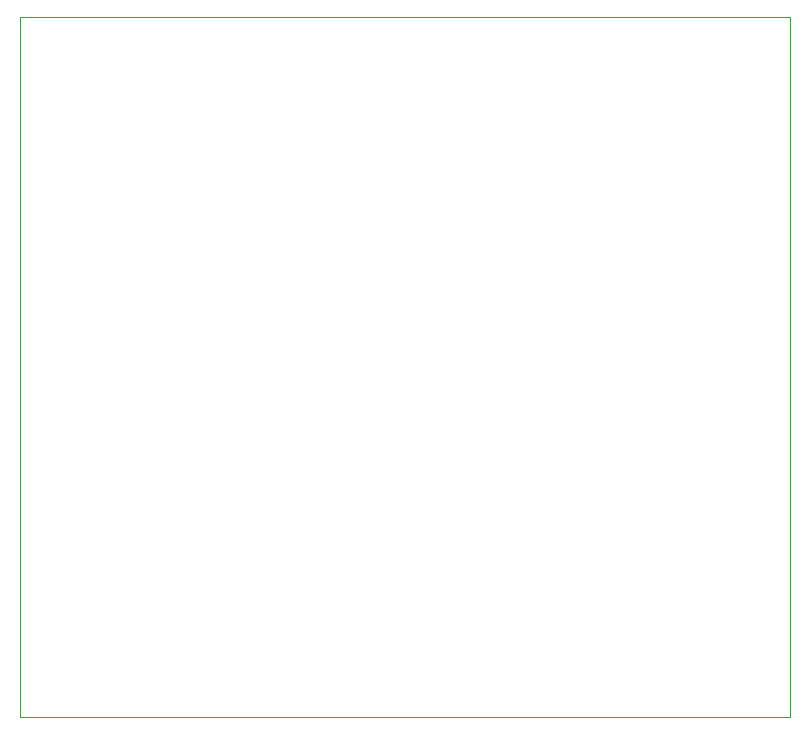
<source format=gm1>
G04 #@! TF.GenerationSoftware,KiCad,Pcbnew,5.1.10*
G04 #@! TF.CreationDate,2021-06-04T18:58:03-05:00*
G04 #@! TF.ProjectId,Rectifier,52656374-6966-4696-9572-2e6b69636164,rev?*
G04 #@! TF.SameCoordinates,Original*
G04 #@! TF.FileFunction,Profile,NP*
%FSLAX46Y46*%
G04 Gerber Fmt 4.6, Leading zero omitted, Abs format (unit mm)*
G04 Created by KiCad (PCBNEW 5.1.10) date 2021-06-04 18:58:03*
%MOMM*%
%LPD*%
G01*
G04 APERTURE LIST*
G04 #@! TA.AperFunction,Profile*
%ADD10C,0.050000*%
G04 #@! TD*
G04 APERTURE END LIST*
D10*
X185500000Y-87750000D02*
X120250000Y-87750000D01*
X185500000Y-28500000D02*
X185500000Y-87750000D01*
X120250000Y-28500000D02*
X185500000Y-28500000D01*
X120250000Y-87750000D02*
X120250000Y-28500000D01*
M02*

</source>
